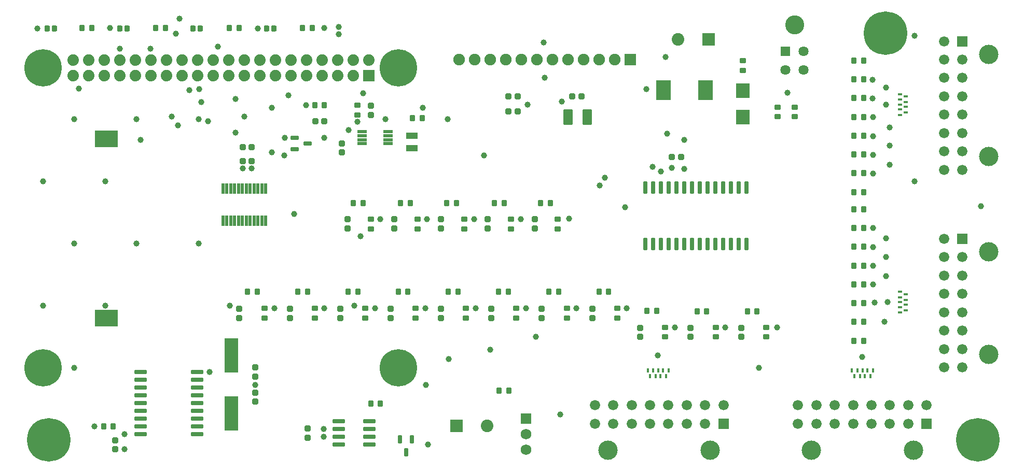
<source format=gts>
G04*
G04 #@! TF.GenerationSoftware,Altium Limited,Altium Designer,22.11.1 (43)*
G04*
G04 Layer_Color=8388736*
%FSLAX44Y44*%
%MOMM*%
G71*
G04*
G04 #@! TF.SameCoordinates,7B4F1FB2-3D38-43E9-9EC1-43097A92C870*
G04*
G04*
G04 #@! TF.FilePolarity,Negative*
G04*
G01*
G75*
%ADD37R,2.3916X3.2216*%
G04:AMPARAMS|DCode=38|XSize=0.9906mm|YSize=0.889mm|CornerRadius=0.2043mm|HoleSize=0mm|Usage=FLASHONLY|Rotation=0.000|XOffset=0mm|YOffset=0mm|HoleType=Round|Shape=RoundedRectangle|*
%AMROUNDEDRECTD38*
21,1,0.9906,0.4803,0,0,0.0*
21,1,0.5819,0.8890,0,0,0.0*
1,1,0.4087,0.2910,-0.2402*
1,1,0.4087,-0.2910,-0.2402*
1,1,0.4087,-0.2910,0.2402*
1,1,0.4087,0.2910,0.2402*
%
%ADD38ROUNDEDRECTD38*%
G04:AMPARAMS|DCode=39|XSize=0.9906mm|YSize=0.889mm|CornerRadius=0.2043mm|HoleSize=0mm|Usage=FLASHONLY|Rotation=270.000|XOffset=0mm|YOffset=0mm|HoleType=Round|Shape=RoundedRectangle|*
%AMROUNDEDRECTD39*
21,1,0.9906,0.4803,0,0,270.0*
21,1,0.5819,0.8890,0,0,270.0*
1,1,0.4087,-0.2402,-0.2910*
1,1,0.4087,-0.2402,0.2910*
1,1,0.4087,0.2402,0.2910*
1,1,0.4087,0.2402,-0.2910*
%
%ADD39ROUNDEDRECTD39*%
G04:AMPARAMS|DCode=40|XSize=1.0016mm|YSize=0.9016mm|CornerRadius=0.2508mm|HoleSize=0mm|Usage=FLASHONLY|Rotation=270.000|XOffset=0mm|YOffset=0mm|HoleType=Round|Shape=RoundedRectangle|*
%AMROUNDEDRECTD40*
21,1,1.0016,0.4000,0,0,270.0*
21,1,0.5000,0.9016,0,0,270.0*
1,1,0.5016,-0.2000,-0.2500*
1,1,0.5016,-0.2000,0.2500*
1,1,0.5016,0.2000,0.2500*
1,1,0.5016,0.2000,-0.2500*
%
%ADD40ROUNDEDRECTD40*%
%ADD41R,0.7016X0.4016*%
G04:AMPARAMS|DCode=42|XSize=0.9906mm|YSize=0.9652mm|CornerRadius=0.2019mm|HoleSize=0mm|Usage=FLASHONLY|Rotation=270.000|XOffset=0mm|YOffset=0mm|HoleType=Round|Shape=RoundedRectangle|*
%AMROUNDEDRECTD42*
21,1,0.9906,0.5613,0,0,270.0*
21,1,0.5867,0.9652,0,0,270.0*
1,1,0.4039,-0.2807,-0.2934*
1,1,0.4039,-0.2807,0.2934*
1,1,0.4039,0.2807,0.2934*
1,1,0.4039,0.2807,-0.2934*
%
%ADD42ROUNDEDRECTD42*%
%ADD43R,0.4016X0.7016*%
G04:AMPARAMS|DCode=44|XSize=1.3316mm|YSize=0.6916mm|CornerRadius=0.1983mm|HoleSize=0mm|Usage=FLASHONLY|Rotation=0.000|XOffset=0mm|YOffset=0mm|HoleType=Round|Shape=RoundedRectangle|*
%AMROUNDEDRECTD44*
21,1,1.3316,0.2950,0,0,0.0*
21,1,0.9350,0.6916,0,0,0.0*
1,1,0.3966,0.4675,-0.1475*
1,1,0.3966,-0.4675,-0.1475*
1,1,0.3966,-0.4675,0.1475*
1,1,0.3966,0.4675,0.1475*
%
%ADD44ROUNDEDRECTD44*%
%ADD45R,3.7016X2.7016*%
%ADD46R,2.2016X5.7016*%
G04:AMPARAMS|DCode=47|XSize=1.7416mm|YSize=0.5116mm|CornerRadius=0.1021mm|HoleSize=0mm|Usage=FLASHONLY|Rotation=90.000|XOffset=0mm|YOffset=0mm|HoleType=Round|Shape=RoundedRectangle|*
%AMROUNDEDRECTD47*
21,1,1.7416,0.3075,0,0,90.0*
21,1,1.5375,0.5116,0,0,90.0*
1,1,0.2041,0.1538,0.7688*
1,1,0.2041,0.1538,-0.7688*
1,1,0.2041,-0.1538,-0.7688*
1,1,0.2041,-0.1538,0.7688*
%
%ADD47ROUNDEDRECTD47*%
G04:AMPARAMS|DCode=48|XSize=0.9906mm|YSize=0.9652mm|CornerRadius=0.2019mm|HoleSize=0mm|Usage=FLASHONLY|Rotation=0.000|XOffset=0mm|YOffset=0mm|HoleType=Round|Shape=RoundedRectangle|*
%AMROUNDEDRECTD48*
21,1,0.9906,0.5613,0,0,0.0*
21,1,0.5867,0.9652,0,0,0.0*
1,1,0.4039,0.2934,-0.2807*
1,1,0.4039,-0.2934,-0.2807*
1,1,0.4039,-0.2934,0.2807*
1,1,0.4039,0.2934,0.2807*
%
%ADD48ROUNDEDRECTD48*%
G04:AMPARAMS|DCode=49|XSize=2.0116mm|YSize=0.7016mm|CornerRadius=0.2008mm|HoleSize=0mm|Usage=FLASHONLY|Rotation=270.000|XOffset=0mm|YOffset=0mm|HoleType=Round|Shape=RoundedRectangle|*
%AMROUNDEDRECTD49*
21,1,2.0116,0.3000,0,0,270.0*
21,1,1.6100,0.7016,0,0,270.0*
1,1,0.4016,-0.1500,-0.8050*
1,1,0.4016,-0.1500,0.8050*
1,1,0.4016,0.1500,0.8050*
1,1,0.4016,0.1500,-0.8050*
%
%ADD49ROUNDEDRECTD49*%
%ADD50R,1.5748X0.5588*%
%ADD51R,1.9016X1.1016*%
G04:AMPARAMS|DCode=52|XSize=2.0716mm|YSize=0.7016mm|CornerRadius=0.1258mm|HoleSize=0mm|Usage=FLASHONLY|Rotation=0.000|XOffset=0mm|YOffset=0mm|HoleType=Round|Shape=RoundedRectangle|*
%AMROUNDEDRECTD52*
21,1,2.0716,0.4500,0,0,0.0*
21,1,1.8200,0.7016,0,0,0.0*
1,1,0.2516,0.9100,-0.2250*
1,1,0.2516,-0.9100,-0.2250*
1,1,0.2516,-0.9100,0.2250*
1,1,0.2516,0.9100,0.2250*
%
%ADD52ROUNDEDRECTD52*%
G04:AMPARAMS|DCode=53|XSize=2.6016mm|YSize=1.6016mm|CornerRadius=0.3508mm|HoleSize=0mm|Usage=FLASHONLY|Rotation=90.000|XOffset=0mm|YOffset=0mm|HoleType=Round|Shape=RoundedRectangle|*
%AMROUNDEDRECTD53*
21,1,2.6016,0.9000,0,0,90.0*
21,1,1.9000,1.6016,0,0,90.0*
1,1,0.7016,0.4500,0.9500*
1,1,0.7016,0.4500,-0.9500*
1,1,0.7016,-0.4500,-0.9500*
1,1,0.7016,-0.4500,0.9500*
%
%ADD53ROUNDEDRECTD53*%
%ADD54R,2.2316X2.3516*%
G04:AMPARAMS|DCode=55|XSize=2.0116mm|YSize=0.7016mm|CornerRadius=0.1258mm|HoleSize=0mm|Usage=FLASHONLY|Rotation=180.000|XOffset=0mm|YOffset=0mm|HoleType=Round|Shape=RoundedRectangle|*
%AMROUNDEDRECTD55*
21,1,2.0116,0.4500,0,0,180.0*
21,1,1.7600,0.7016,0,0,180.0*
1,1,0.2516,-0.8800,0.2250*
1,1,0.2516,0.8800,0.2250*
1,1,0.2516,0.8800,-0.2250*
1,1,0.2516,-0.8800,-0.2250*
%
%ADD55ROUNDEDRECTD55*%
G04:AMPARAMS|DCode=56|XSize=1.3316mm|YSize=0.6916mm|CornerRadius=0.1983mm|HoleSize=0mm|Usage=FLASHONLY|Rotation=270.000|XOffset=0mm|YOffset=0mm|HoleType=Round|Shape=RoundedRectangle|*
%AMROUNDEDRECTD56*
21,1,1.3316,0.2950,0,0,270.0*
21,1,0.9350,0.6916,0,0,270.0*
1,1,0.3966,-0.1475,-0.4675*
1,1,0.3966,-0.1475,0.4675*
1,1,0.3966,0.1475,0.4675*
1,1,0.3966,0.1475,-0.4675*
%
%ADD56ROUNDEDRECTD56*%
%ADD57R,1.7516X1.7516*%
%ADD58C,1.7516*%
%ADD59C,3.1016*%
%ADD60R,1.6316X1.6316*%
%ADD61C,1.6316*%
%ADD62R,1.6724X1.6724*%
%ADD63C,1.6724*%
%ADD64C,3.1524*%
%ADD65R,1.6724X1.6724*%
%ADD66C,7.1016*%
%ADD67R,2.0516X2.0516*%
%ADD68C,2.0516*%
%ADD69C,6.1016*%
%ADD70C,1.9016*%
%ADD71R,1.9016X1.9016*%
%ADD72C,1.8796*%
%ADD73R,1.8796X1.8796*%
%ADD74C,0.9906*%
D37*
X1081300Y453000D02*
D03*
X1012700D02*
D03*
D38*
X1198626Y425891D02*
D03*
Y409888D02*
D03*
X1226552Y425891D02*
D03*
Y409888D02*
D03*
X611070Y242673D02*
D03*
Y226670D02*
D03*
X687437Y242673D02*
D03*
Y226670D02*
D03*
X763803Y242673D02*
D03*
Y226670D02*
D03*
X840170Y242673D02*
D03*
Y226670D02*
D03*
X1180084Y66040D02*
D03*
Y50038D02*
D03*
X1097814Y66040D02*
D03*
Y50038D02*
D03*
X361192Y97282D02*
D03*
Y81280D02*
D03*
X534704Y242673D02*
D03*
Y226670D02*
D03*
X1015544Y66040D02*
D03*
Y50038D02*
D03*
X937083Y97282D02*
D03*
Y81280D02*
D03*
X854813Y97282D02*
D03*
Y81280D02*
D03*
X772543Y97282D02*
D03*
Y81280D02*
D03*
X690273Y97282D02*
D03*
Y81280D02*
D03*
X608003Y97282D02*
D03*
Y81280D02*
D03*
X525732Y97282D02*
D03*
Y81280D02*
D03*
X443462Y97282D02*
D03*
Y81280D02*
D03*
X512826Y412750D02*
D03*
Y428752D02*
D03*
X1141750Y502001D02*
D03*
Y485999D02*
D03*
D39*
X439674Y554856D02*
D03*
X423672D02*
D03*
X319725D02*
D03*
X303724D02*
D03*
X199777D02*
D03*
X183775D02*
D03*
X79829D02*
D03*
X63827D02*
D03*
X431788Y124079D02*
D03*
X415786D02*
D03*
X513690D02*
D03*
X497688D02*
D03*
X595592D02*
D03*
X579590D02*
D03*
X677495D02*
D03*
X661493D02*
D03*
X759397D02*
D03*
X743395D02*
D03*
X841299D02*
D03*
X825297D02*
D03*
X923202D02*
D03*
X907200D02*
D03*
X1001294Y92837D02*
D03*
X985292D02*
D03*
X1083196Y92075D02*
D03*
X1067194D02*
D03*
X1165352Y91821D02*
D03*
X1149351D02*
D03*
X349885Y124079D02*
D03*
X333884D02*
D03*
X522289Y268962D02*
D03*
X506287D02*
D03*
X1322989Y43925D02*
D03*
X1338991D02*
D03*
X1322989Y228126D02*
D03*
X1338991D02*
D03*
X1322989Y258826D02*
D03*
X1338991D02*
D03*
X1322989Y105325D02*
D03*
X1338991D02*
D03*
X1322989Y197425D02*
D03*
X1338991D02*
D03*
X1322989Y166725D02*
D03*
X1338991D02*
D03*
X1322989Y136025D02*
D03*
X1338991D02*
D03*
X1322989Y74625D02*
D03*
X1338991D02*
D03*
X1322989Y501904D02*
D03*
X1338991D02*
D03*
X1322989Y471204D02*
D03*
X1338991D02*
D03*
X1322989Y440504D02*
D03*
X1338991D02*
D03*
X1322989Y409804D02*
D03*
X1338991D02*
D03*
X1322989Y379104D02*
D03*
X1338991D02*
D03*
X1322989Y348403D02*
D03*
X1338991D02*
D03*
X1322989Y317703D02*
D03*
X1338991D02*
D03*
X1322989Y287003D02*
D03*
X1338991D02*
D03*
X443230Y428498D02*
D03*
X459232D02*
D03*
X618933Y407797D02*
D03*
X602931D02*
D03*
X760001Y-37750D02*
D03*
X743999D02*
D03*
X98679Y-96266D02*
D03*
X114681D02*
D03*
X534694Y-58928D02*
D03*
X550696D02*
D03*
X599251Y268962D02*
D03*
X583249D02*
D03*
X674689Y269216D02*
D03*
X658687D02*
D03*
X752667Y268708D02*
D03*
X736665D02*
D03*
X827978Y268962D02*
D03*
X811976D02*
D03*
D40*
X364794Y553974D02*
D03*
X376794D02*
D03*
X244845D02*
D03*
X256845D02*
D03*
X124897D02*
D03*
X136897D02*
D03*
X6350D02*
D03*
X18350D02*
D03*
D41*
X1407923Y417037D02*
D03*
Y426037D02*
D03*
Y434037D02*
D03*
Y443037D02*
D03*
X1398423Y413037D02*
D03*
Y422037D02*
D03*
Y438037D02*
D03*
Y430037D02*
D03*
Y447037D02*
D03*
X1407922Y93870D02*
D03*
Y102870D02*
D03*
Y110870D02*
D03*
Y119870D02*
D03*
X1398422Y89870D02*
D03*
Y98870D02*
D03*
Y114870D02*
D03*
Y106870D02*
D03*
Y123870D02*
D03*
D42*
X346456Y-14859D02*
D03*
Y127D02*
D03*
X573125Y227703D02*
D03*
Y242689D02*
D03*
X649491Y227703D02*
D03*
Y242689D02*
D03*
X725857Y227703D02*
D03*
Y242689D02*
D03*
X802224Y227703D02*
D03*
Y242689D02*
D03*
X896186Y81264D02*
D03*
Y96250D02*
D03*
X484835Y81264D02*
D03*
Y96250D02*
D03*
X974646Y50022D02*
D03*
Y65008D02*
D03*
X320294Y81264D02*
D03*
Y96250D02*
D03*
X813916Y81264D02*
D03*
Y96250D02*
D03*
X402565Y81264D02*
D03*
Y96250D02*
D03*
X649375Y81264D02*
D03*
Y96250D02*
D03*
X731646Y81264D02*
D03*
Y96250D02*
D03*
X567105Y81264D02*
D03*
Y96250D02*
D03*
X1056916Y50022D02*
D03*
Y65008D02*
D03*
X1139186Y50022D02*
D03*
Y65008D02*
D03*
X496758Y227703D02*
D03*
Y242689D02*
D03*
X535432Y413131D02*
D03*
Y428117D02*
D03*
X487234Y351475D02*
D03*
Y366461D02*
D03*
X117602Y-133731D02*
D03*
Y-118745D02*
D03*
X431788Y-99509D02*
D03*
Y-114495D02*
D03*
X346456Y-55753D02*
D03*
Y-40767D02*
D03*
D43*
X990808Y-13894D02*
D03*
X999808D02*
D03*
X1007808D02*
D03*
X1016808D02*
D03*
X986808Y-4394D02*
D03*
X995808D02*
D03*
X1011808D02*
D03*
X1003808D02*
D03*
X1020808D02*
D03*
X1324310Y-13894D02*
D03*
X1333310D02*
D03*
X1341310D02*
D03*
X1350310D02*
D03*
X1320310Y-4394D02*
D03*
X1329310D02*
D03*
X1345310D02*
D03*
X1337310D02*
D03*
X1354310D02*
D03*
D44*
X431986Y366014D02*
D03*
X410786Y356514D02*
D03*
Y375514D02*
D03*
D45*
X102870Y373576D02*
D03*
Y80576D02*
D03*
D46*
X307594Y-74678D02*
D03*
Y20322D02*
D03*
D47*
X293497Y239969D02*
D03*
X299847D02*
D03*
X306197D02*
D03*
X312547D02*
D03*
X318897D02*
D03*
X325247D02*
D03*
X331597D02*
D03*
X337947D02*
D03*
X344297D02*
D03*
X350647D02*
D03*
X356997D02*
D03*
X363347D02*
D03*
Y292669D02*
D03*
X356997D02*
D03*
X350647D02*
D03*
X344297D02*
D03*
X337947D02*
D03*
X331597D02*
D03*
X325247D02*
D03*
X318897D02*
D03*
X312547D02*
D03*
X306197D02*
D03*
X299847D02*
D03*
X293497D02*
D03*
D48*
X325628Y360365D02*
D03*
X340614D02*
D03*
X340614Y337124D02*
D03*
X325628D02*
D03*
X1026033Y343916D02*
D03*
X1041019D02*
D03*
X444119Y402336D02*
D03*
X459105D02*
D03*
X774815Y418592D02*
D03*
X759828D02*
D03*
X774815Y443230D02*
D03*
X759828D02*
D03*
X863727Y443484D02*
D03*
X878713D02*
D03*
D49*
X1147826Y202058D02*
D03*
X1135126D02*
D03*
X1122426D02*
D03*
X1109726D02*
D03*
X1097026D02*
D03*
X1084326D02*
D03*
X1071626D02*
D03*
X1058926D02*
D03*
X1046226D02*
D03*
X1033526D02*
D03*
X1020826D02*
D03*
X1008126D02*
D03*
X995426D02*
D03*
X982726D02*
D03*
Y294258D02*
D03*
X995426D02*
D03*
X1008126D02*
D03*
X1020826D02*
D03*
X1033526D02*
D03*
X1046226D02*
D03*
X1058926D02*
D03*
X1071626D02*
D03*
X1084326D02*
D03*
X1097026D02*
D03*
X1109726D02*
D03*
X1122426D02*
D03*
X1135126D02*
D03*
X1147826D02*
D03*
D50*
X562672Y366014D02*
D03*
Y372364D02*
D03*
Y378968D02*
D03*
Y385318D02*
D03*
X521016D02*
D03*
Y378968D02*
D03*
Y372364D02*
D03*
Y366014D02*
D03*
D51*
X601980Y358554D02*
D03*
Y378554D02*
D03*
D52*
X532192Y-87884D02*
D03*
Y-100584D02*
D03*
Y-113284D02*
D03*
Y-125984D02*
D03*
X482792D02*
D03*
Y-113284D02*
D03*
Y-100584D02*
D03*
Y-87884D02*
D03*
D53*
X856490Y409448D02*
D03*
X888490D02*
D03*
D54*
X1141750Y452522D02*
D03*
Y409021D02*
D03*
D55*
X159386Y-108966D02*
D03*
Y-96266D02*
D03*
Y-83566D02*
D03*
Y-70866D02*
D03*
Y-58166D02*
D03*
Y-45466D02*
D03*
Y-32766D02*
D03*
Y-20066D02*
D03*
Y-7366D02*
D03*
X251586D02*
D03*
Y-20066D02*
D03*
Y-32766D02*
D03*
Y-45466D02*
D03*
Y-58166D02*
D03*
Y-70866D02*
D03*
Y-83566D02*
D03*
Y-96266D02*
D03*
Y-108966D02*
D03*
D56*
X601828Y-117162D02*
D03*
X582828D02*
D03*
X592328Y-138362D02*
D03*
D57*
X788287Y-83566D02*
D03*
D58*
Y-108966D02*
D03*
Y-134366D02*
D03*
D59*
X1226552Y559836D02*
D03*
D60*
X1211552Y516636D02*
D03*
D61*
X1241552D02*
D03*
X1211552Y486636D02*
D03*
X1241552D02*
D03*
D62*
X1500632Y210368D02*
D03*
X1500633Y533309D02*
D03*
D63*
X1500632Y180368D02*
D03*
Y150368D02*
D03*
Y120368D02*
D03*
Y90368D02*
D03*
Y60368D02*
D03*
Y30368D02*
D03*
Y368D02*
D03*
X1470632Y210368D02*
D03*
Y180368D02*
D03*
Y150368D02*
D03*
Y120368D02*
D03*
Y60368D02*
D03*
Y30368D02*
D03*
Y368D02*
D03*
Y90368D02*
D03*
X1500633Y503309D02*
D03*
Y473309D02*
D03*
Y443309D02*
D03*
Y413309D02*
D03*
Y383309D02*
D03*
Y353309D02*
D03*
Y323309D02*
D03*
X1470633Y533309D02*
D03*
Y503309D02*
D03*
Y473309D02*
D03*
Y443309D02*
D03*
Y383309D02*
D03*
Y353309D02*
D03*
Y323309D02*
D03*
Y413309D02*
D03*
X1412070Y-91694D02*
D03*
X1382070D02*
D03*
X1352070D02*
D03*
X1322070D02*
D03*
X1292070D02*
D03*
X1262070D02*
D03*
X1232070D02*
D03*
X1442070Y-61694D02*
D03*
X1412070D02*
D03*
X1382070D02*
D03*
X1352070D02*
D03*
X1292070D02*
D03*
X1262070D02*
D03*
X1232070D02*
D03*
X1322070D02*
D03*
X1080600Y-91694D02*
D03*
X1050600D02*
D03*
X1020600D02*
D03*
X990600D02*
D03*
X960600D02*
D03*
X930600D02*
D03*
X900600D02*
D03*
X1110600Y-61694D02*
D03*
X1080600D02*
D03*
X1050600D02*
D03*
X1020600D02*
D03*
X960600D02*
D03*
X930600D02*
D03*
X900600D02*
D03*
X990600D02*
D03*
D64*
X1543832Y188868D02*
D03*
Y21868D02*
D03*
X1543833Y511809D02*
D03*
Y344809D02*
D03*
X1420570Y-134894D02*
D03*
X1253570D02*
D03*
X1089100D02*
D03*
X922100D02*
D03*
D65*
X1442070Y-91694D02*
D03*
X1110600D02*
D03*
D66*
X1374648Y546608D02*
D03*
X1525524Y-118364D02*
D03*
X9144D02*
D03*
D67*
X1086212Y536448D02*
D03*
X674770Y-94996D02*
D03*
D68*
X1036212Y536448D02*
D03*
X724770Y-94996D02*
D03*
D69*
X0Y-254D02*
D03*
X580000Y489746D02*
D03*
Y-254D02*
D03*
X0Y490000D02*
D03*
D70*
X678942Y503428D02*
D03*
X704342D02*
D03*
X729742D02*
D03*
X755142D02*
D03*
X780542D02*
D03*
X805942D02*
D03*
X831342D02*
D03*
X856742D02*
D03*
X882142D02*
D03*
X907542D02*
D03*
X932942D02*
D03*
D71*
X958342D02*
D03*
D72*
X378899Y477301D02*
D03*
Y502701D02*
D03*
X404298Y477302D02*
D03*
Y502702D02*
D03*
X429699Y477301D02*
D03*
Y502701D02*
D03*
X455100Y502702D02*
D03*
Y477302D02*
D03*
X480499Y502701D02*
D03*
Y477301D02*
D03*
X505900Y502702D02*
D03*
Y477302D02*
D03*
X531299Y502701D02*
D03*
X226498Y477300D02*
D03*
Y502700D02*
D03*
X251898Y477301D02*
D03*
Y502701D02*
D03*
X277298Y477300D02*
D03*
Y502700D02*
D03*
X302699Y502701D02*
D03*
Y477301D02*
D03*
X328098Y502700D02*
D03*
Y477300D02*
D03*
X353499Y502701D02*
D03*
Y477301D02*
D03*
X74098Y477300D02*
D03*
Y502700D02*
D03*
X99498Y477301D02*
D03*
Y502701D02*
D03*
X124898Y477300D02*
D03*
Y502700D02*
D03*
X150299Y502701D02*
D03*
Y477301D02*
D03*
X175698Y502700D02*
D03*
Y477300D02*
D03*
X201099Y502701D02*
D03*
Y477301D02*
D03*
X48699Y502701D02*
D03*
Y477301D02*
D03*
D73*
X531299D02*
D03*
D74*
X1214750Y449263D02*
D03*
X1018822Y382250D02*
D03*
X1046226Y372000D02*
D03*
X984922Y455114D02*
D03*
X818354Y473614D02*
D03*
X816906Y531704D02*
D03*
X58414Y456313D02*
D03*
X124898Y521089D02*
D03*
X284954Y524445D02*
D03*
X175099Y521089D02*
D03*
X409365Y251259D02*
D03*
X222621Y570005D02*
D03*
X482710Y544706D02*
D03*
X482847Y556474D02*
D03*
X790956Y430022D02*
D03*
X846582Y435102D02*
D03*
X1354770Y136025D02*
D03*
X1354516Y197239D02*
D03*
Y227973D02*
D03*
X1354008Y470597D02*
D03*
X1354262Y166759D02*
D03*
X1354516Y378396D02*
D03*
Y347662D02*
D03*
X1354456Y317090D02*
D03*
X1354008Y439864D02*
D03*
X1354262Y409129D02*
D03*
X1375914Y149408D02*
D03*
Y457454D02*
D03*
Y430037D02*
D03*
X719957Y346710D02*
D03*
X1381760Y392433D02*
D03*
Y362713D02*
D03*
Y331470D02*
D03*
X1375914Y211582D02*
D03*
Y181194D02*
D03*
X844042Y-76454D02*
D03*
X804164Y50800D02*
D03*
X729996Y28956D02*
D03*
X625168Y-27940D02*
D03*
X662380Y13700D02*
D03*
X858774Y243586D02*
D03*
X346456Y-28194D02*
D03*
X271526Y-7391D02*
D03*
X457827Y-100584D02*
D03*
Y-113284D02*
D03*
X314454Y438996D02*
D03*
X400074Y444601D02*
D03*
X350647Y553974D02*
D03*
X109213Y555370D02*
D03*
X-9247Y553974D02*
D03*
X314454Y384142D02*
D03*
X1530350Y263906D02*
D03*
X1422400Y542252D02*
D03*
X518150Y214512D02*
D03*
X1422400Y304800D02*
D03*
X1168400Y0D02*
D03*
X1016000Y508000D02*
D03*
X660400Y406400D02*
D03*
X558800D02*
D03*
X508000Y101600D02*
D03*
X304800D02*
D03*
X254000Y406400D02*
D03*
Y203200D02*
D03*
X152400Y406400D02*
D03*
X101600Y304800D02*
D03*
X152400Y203200D02*
D03*
X101600Y101600D02*
D03*
X50800Y406400D02*
D03*
X0Y304800D02*
D03*
X50800Y203200D02*
D03*
X0Y101600D02*
D03*
X50800Y0D02*
D03*
X908050Y297688D02*
D03*
X393446Y346456D02*
D03*
X916940Y310642D02*
D03*
X373126Y351475D02*
D03*
X458978Y554736D02*
D03*
X217013Y545958D02*
D03*
X949960Y262128D02*
D03*
X498602Y388112D02*
D03*
X459232Y375666D02*
D03*
X328098Y409866D02*
D03*
X373126Y424688D02*
D03*
X1373630Y74625D02*
D03*
X619506Y424688D02*
D03*
X1003300Y19558D02*
D03*
X1378712Y107188D02*
D03*
X1357376Y105918D02*
D03*
X1336802Y17272D02*
D03*
X627913Y-125984D02*
D03*
X1046099Y324993D02*
D03*
X1025906Y326009D02*
D03*
X1008126Y320548D02*
D03*
X995172Y327914D02*
D03*
X788287Y97028D02*
D03*
X870557D02*
D03*
X952827D02*
D03*
X779547Y242418D02*
D03*
X703181D02*
D03*
X626814D02*
D03*
X550448D02*
D03*
X1198114Y65786D02*
D03*
X1113558D02*
D03*
X1031288D02*
D03*
X706017Y97028D02*
D03*
X623747D02*
D03*
X541476D02*
D03*
X459206D02*
D03*
X377190Y96774D02*
D03*
X521970Y448564D02*
D03*
X394208Y375666D02*
D03*
X159512Y372364D02*
D03*
X512826Y401828D02*
D03*
X429260Y428498D02*
D03*
X340614Y325443D02*
D03*
X325628D02*
D03*
X84074Y-96266D02*
D03*
X133096Y-108966D02*
D03*
Y-133604D02*
D03*
X238760Y453390D02*
D03*
X219964Y395732D02*
D03*
X268986Y402336D02*
D03*
X210312Y410210D02*
D03*
X254762Y455422D02*
D03*
X258064Y434086D02*
D03*
M02*

</source>
